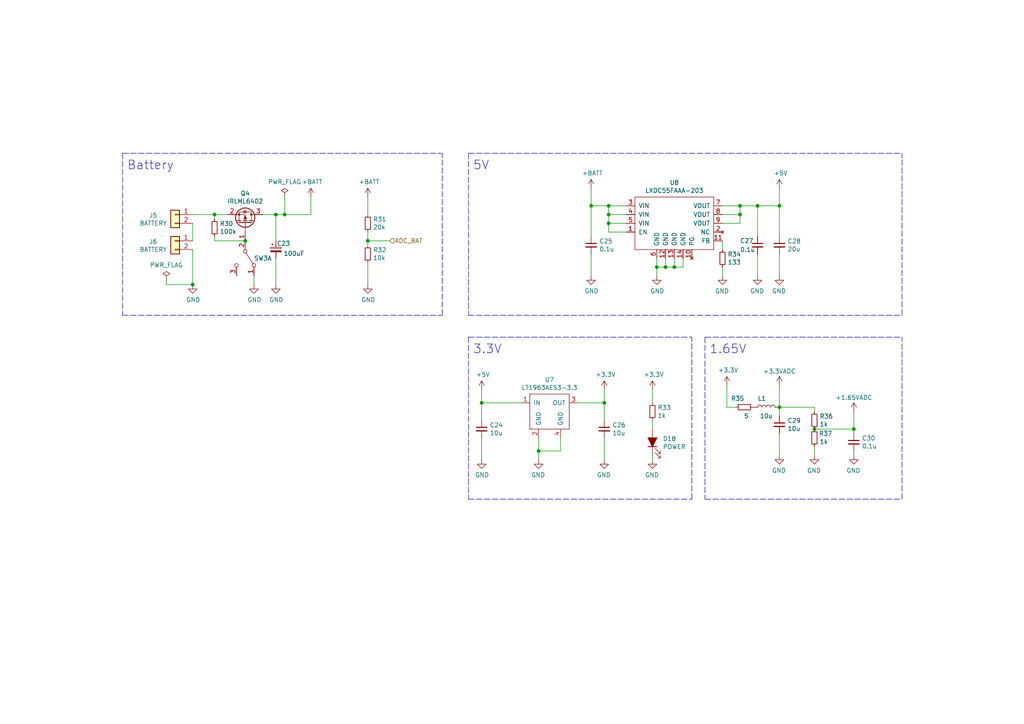
<source format=kicad_sch>
(kicad_sch (version 20231120) (generator "eeschema") (generator_version "8.0")
  (paper "A4")
  (lib_symbols
    (symbol "Connector_Generic:Conn_01x02" (pin_names (offset 1.016) hide)
      (property "Reference" "J" (at 0 2.54 0))
      (property "Value" "Conn_01x02" (at 0 -5.08 0))
      (symbol "Conn_01x02_1_1"
        (rectangle (start -1.27 -2.413) (end 0 -2.667) (stroke (width 0.1524)))
        (rectangle (start -1.27 0.127) (end 0 -0.127) (stroke (width 0.1524)))
        (rectangle (start -1.27 1.27) (end 1.27 -3.81) (stroke (width 0.254)) (fill (type background)))
        (pin passive line (at -5.08 0 0) (length 3.81) (name "Pin_1") (number "1"))
        (pin passive line (at -5.08 -2.54 0) (length 3.81) (name "Pin_2") (number "2"))
      )
    )
    (symbol "Device:C_Polarized_Small" (pin_numbers hide) (pin_names (offset 0.254) hide)
      (property "Reference" "C" (at 0.254 1.778 0))
      (property "Value" "C_Polarized_Small" (at 0.254 -2.032 0))
      (symbol "C_Polarized_Small_0_1"
        (rectangle (start -1.524 -0.3048) (end 1.524 -0.6858) (fill (type outline)))
        (rectangle (start -1.524 0.6858) (end 1.524 0.3048))
        (polyline (pts (xy -1.27 1.524) (xy -0.762 1.524)))
        (polyline (pts (xy -1.016 1.27) (xy -1.016 1.778)))
      )
      (symbol "C_Polarized_Small_1_1"
        (pin passive line (at 0 2.54 270) (length 1.8542) (name "~") (number "1"))
        (pin passive line (at 0 -2.54 90) (length 1.8542) (name "~") (number "2"))
      )
    )
    (symbol "Device:C_Small" (pin_numbers hide) (pin_names (offset 0.254) hide)
      (property "Reference" "C" (at 0.254 1.778 0))
      (property "Value" "C_Small" (at 0.254 -2.032 0))
      (symbol "C_Small_0_1"
        (polyline (pts (xy -1.524 -0.508) (xy 1.524 -0.508)) (stroke (width 0.3302)))
        (polyline (pts (xy -1.524 0.508) (xy 1.524 0.508)) (stroke (width 0.3048)))
      )
      (symbol "C_Small_1_1"
        (pin passive line (at 0 2.54 270) (length 2.032) (name "~") (number "1"))
        (pin passive line (at 0 -2.54 90) (length 2.032) (name "~") (number "2"))
      )
    )
    (symbol "Device:L" (pin_numbers hide) (pin_names (offset 1.016) hide)
      (property "Reference" "L" (at -1.27 0 90))
      (property "Value" "L" (at 1.905 0 90))
      (symbol "L_0_1"
        (arc (start 0 -2.54) (mid 0.6323 -1.905) (end 0 -1.27))
        (arc (start 0 -1.27) (mid 0.6323 -0.635) (end 0 0))
        (arc (start 0 0) (mid 0.6323 0.635) (end 0 1.27))
        (arc (start 0 1.27) (mid 0.6323 1.905) (end 0 2.54))
      )
      (symbol "L_1_1"
        (pin passive line (at 0 3.81 270) (length 1.27) (name "1") (number "1"))
        (pin passive line (at 0 -3.81 90) (length 1.27) (name "2") (number "2"))
      )
    )
    (symbol "Device:LED_ALT" (pin_numbers hide) (pin_names (offset 1.016) hide)
      (property "Reference" "D" (at 0 2.54 0))
      (property "Value" "Device_LED_ALT" (at 0 -2.54 0))
      (symbol "LED_ALT_0_1"
        (polyline (pts (xy -1.27 -1.27) (xy -1.27 1.27)) (stroke (width 0.254)))
        (polyline (pts (xy -1.27 0) (xy 1.27 0)))
        (polyline (pts (xy 1.27 -1.27) (xy 1.27 1.27) (xy -1.27 0) (xy 1.27 -1.27)) (stroke (width 0.254)) (fill (type outline)))
        (polyline (pts (xy -3.048 -0.762) (xy -4.572 -2.286) (xy -3.81 -2.286) (xy -4.572 -2.286) (xy -4.572 -1.524)))
        (polyline (pts (xy -1.778 -0.762) (xy -3.302 -2.286) (xy -2.54 -2.286) (xy -3.302 -2.286) (xy -3.302 -1.524)))
      )
      (symbol "LED_ALT_1_1"
        (pin passive line (at -3.81 0 0) (length 2.54) (name "K") (number "1"))
        (pin passive line (at 3.81 0 180) (length 2.54) (name "A") (number "2"))
      )
    )
    (symbol "Device:R_Small" (pin_numbers hide) (pin_names (offset 0.254) hide)
      (property "Reference" "R" (at 0.762 0.508 0))
      (property "Value" "R_Small" (at 0.762 -1.016 0))
      (symbol "R_Small_0_1"
        (rectangle (start -0.762 1.778) (end 0.762 -1.778) (stroke (width 0.2032)))
      )
      (symbol "R_Small_1_1"
        (pin passive line (at 0 2.54 270) (length 0.762) (name "~") (number "1"))
        (pin passive line (at 0 -2.54 90) (length 0.762) (name "~") (number "2"))
      )
    )
    (symbol "My_Device:LT1963AES3-3.3" (pin_names (offset 1.016))
      (property "Reference" "U" (at 0 3.81 0))
      (property "Value" "My_Device_LT1963AES3-3.3" (at 0 6.35 0))
      (symbol "LT1963AES3-3.3_0_1"
        (rectangle (start -5.08 -7.62) (end 6.35 2.54))
        (rectangle (start -5.08 2.54) (end -5.08 2.54))
      )
      (symbol "LT1963AES3-3.3_1_1"
        (pin input line (at -7.62 0 0) (length 2.54) (name "IN") (number "1"))
        (pin input line (at -2.54 -10.16 90) (length 2.54) (name "GND") (number "2"))
        (pin input line (at 8.89 0 180) (length 2.54) (name "OUT") (number "3"))
        (pin input line (at 3.81 -10.16 90) (length 2.54) (name "GND") (number "4"))
      )
    )
    (symbol "My_Device:LXDC55FAAA-203" (pin_names (offset 1.016))
      (property "Reference" "U" (at 0 12.7 0))
      (property "Value" "My_Device_LXDC55FAAA-203" (at 0 15.24 0))
      (symbol "LXDC55FAAA-203_0_1"
        (rectangle (start -3.81 11.43) (end 19.05 -3.81))
      )
      (symbol "LXDC55FAAA-203_1_1"
        (pin input line (at -6.35 1.27 0) (length 2.54) (name "EN") (number "1"))
        (pin no_connect line (at 12.7 -6.35 90) (length 2.54) (name "PG") (number "10"))
        (pin input line (at 21.59 -1.27 180) (length 2.54) (name "FB") (number "11"))
        (pin input line (at 5.08 -6.35 90) (length 2.54) (name "GND") (number "12"))
        (pin input line (at 7.62 -6.35 90) (length 2.54) (name "GND") (number "13"))
        (pin input line (at 10.16 -6.35 90) (length 2.54) (name "GND") (number "14"))
        (pin no_connect line (at 21.59 1.27 180) (length 2.54) (name "NC") (number "2"))
        (pin input line (at -6.35 8.89 0) (length 2.54) (name "VIN") (number "3"))
        (pin input line (at -6.35 6.35 0) (length 2.54) (name "VIN") (number "4"))
        (pin input line (at -6.35 3.81 0) (length 2.54) (name "VIN") (number "5"))
        (pin input line (at 2.54 -6.35 90) (length 2.54) (name "GND") (number "6"))
        (pin input line (at 21.59 8.89 180) (length 2.54) (name "VOUT") (number "7"))
        (pin input line (at 21.59 6.35 180) (length 2.54) (name "VOUT") (number "8"))
        (pin input line (at 21.59 3.81 180) (length 2.54) (name "VOUT") (number "9"))
      )
    )
    (symbol "Switch:SW_DPDT_x2" (pin_names (offset 0) hide)
      (property "Reference" "SW" (at 0 4.318 0))
      (property "Value" "SW_DPDT_x2" (at 0 -5.08 0))
      (symbol "SW_DPDT_x2_0_0"
        (circle (center -2.032 0) (radius 0.508))
        (circle (center 2.032 -2.54) (radius 0.508))
      )
      (symbol "SW_DPDT_x2_0_1"
        (polyline (pts (xy -1.524 0.254) (xy 1.651 2.286)))
        (circle (center 2.032 2.54) (radius 0.508))
      )
      (symbol "SW_DPDT_x2_1_1"
        (pin passive line (at 5.08 2.54 180) (length 2.54) (name "A") (number "1"))
        (pin passive line (at -5.08 0 0) (length 2.54) (name "B") (number "2"))
        (pin passive line (at 5.08 -2.54 180) (length 2.54) (name "C") (number "3"))
      )
      (symbol "SW_DPDT_x2_2_1"
        (pin passive line (at 5.08 2.54 180) (length 2.54) (name "A") (number "4"))
        (pin passive line (at -5.08 0 0) (length 2.54) (name "B") (number "5"))
        (pin passive line (at 5.08 -2.54 180) (length 2.54) (name "C") (number "6"))
      )
    )
    (symbol "Transistor_FET:IRLML6402" (pin_names hide)
      (property "Reference" "Q" (at 5.08 1.905 0))
      (property "Value" "IRLML6402" (at 5.08 0 0))
      (symbol "IRLML6402_0_1"
        (polyline (pts (xy 0.254 0) (xy -2.54 0)))
        (polyline (pts (xy 0.254 1.905) (xy 0.254 -1.905)) (stroke (width 0.254)))
        (polyline (pts (xy 0.762 -1.27) (xy 0.762 -2.286)) (stroke (width 0.254)))
        (polyline (pts (xy 0.762 0.508) (xy 0.762 -0.508)) (stroke (width 0.254)))
        (polyline (pts (xy 0.762 2.286) (xy 0.762 1.27)) (stroke (width 0.254)))
        (polyline (pts (xy 2.54 2.54) (xy 2.54 1.778)))
        (polyline (pts (xy 2.54 -2.54) (xy 2.54 0) (xy 0.762 0)))
        (polyline (pts (xy 0.762 1.778) (xy 3.302 1.778) (xy 3.302 -1.778) (xy 0.762 -1.778)))
        (polyline (pts (xy 2.286 0) (xy 1.27 0.381) (xy 1.27 -0.381) (xy 2.286 0)) (fill (type outline)))
        (polyline (pts (xy 2.794 -0.508) (xy 2.921 -0.381) (xy 3.683 -0.381) (xy 3.81 -0.254)))
        (polyline (pts (xy 3.302 -0.381) (xy 2.921 0.254) (xy 3.683 0.254) (xy 3.302 -0.381)))
        (circle (center 1.651 0) (radius 2.794) (stroke (width 0.254)))
        (circle (center 2.54 -1.778) (radius 0.254) (fill (type outline)))
        (circle (center 2.54 1.778) (radius 0.254) (fill (type outline)))
      )
      (symbol "IRLML6402_1_1"
        (pin input line (at -5.08 0 0) (length 2.54) (name "G") (number "1"))
        (pin passive line (at 2.54 -5.08 90) (length 2.54) (name "S") (number "2"))
        (pin passive line (at 2.54 5.08 270) (length 2.54) (name "D") (number "3"))
      )
    )
    (symbol "power:+3.3V" (power) (pin_names (offset 0))
      (property "Value" "+3.3V" (at 0 3.556 0))
      (symbol "+3.3V_0_1"
        (polyline (pts (xy -0.762 1.27) (xy 0 2.54)))
        (polyline (pts (xy 0 0) (xy 0 2.54)))
        (polyline (pts (xy 0 2.54) (xy 0.762 1.27)))
      )
      (symbol "+3.3V_1_1"
        (pin power_in line (at 0 0 90) (length 0) hide (name "+3.3V") (number "1"))
      )
    )
    (symbol "power:+3.3VADC" (power) (pin_names (offset 0))
      (property "Value" "+3.3VADC" (at 0 2.54 0))
      (symbol "+3.3VADC_0_0"
        (pin power_in line (at 0 0 90) (length 0) hide (name "+3.3VADC") (number "1"))
      )
      (symbol "+3.3VADC_0_1"
        (polyline (pts (xy -0.762 1.27) (xy 0 2.54)))
        (polyline (pts (xy 0 0) (xy 0 2.54)))
        (polyline (pts (xy 0 2.54) (xy 0.762 1.27)))
      )
    )
    (symbol "power:+5V" (power) (pin_names (offset 0))
      (property "Value" "+5V" (at 0 3.556 0))
      (symbol "+5V_0_1"
        (polyline (pts (xy -0.762 1.27) (xy 0 2.54)))
        (polyline (pts (xy 0 0) (xy 0 2.54)))
        (polyline (pts (xy 0 2.54) (xy 0.762 1.27)))
      )
      (symbol "+5V_1_1"
        (pin power_in line (at 0 0 90) (length 0) hide (name "+5V") (number "1"))
      )
    )
    (symbol "power:+BATT" (power) (pin_names (offset 0))
      (property "Value" "+BATT" (at 0 3.556 0))
      (symbol "+BATT_0_1"
        (polyline (pts (xy -0.762 1.27) (xy 0 2.54)))
        (polyline (pts (xy 0 0) (xy 0 2.54)))
        (polyline (pts (xy 0 2.54) (xy 0.762 1.27)))
      )
      (symbol "+BATT_1_1"
        (pin power_in line (at 0 0 90) (length 0) hide (name "+BATT") (number "1"))
      )
    )
    (symbol "power:GND" (power) (pin_names (offset 0))
      (property "Value" "GND" (at 0 -3.81 0))
      (symbol "GND_0_1"
        (polyline (pts (xy 0 0) (xy 0 -1.27) (xy 1.27 -1.27) (xy 0 -2.54) (xy -1.27 -1.27) (xy 0 -1.27)))
      )
      (symbol "GND_1_1"
        (pin power_in line (at 0 0 270) (length 0) hide (name "GND") (number "1"))
      )
    )
    (symbol "power:PWR_FLAG" (power) (pin_numbers hide) (pin_names (offset 0) hide)
      (property "Value" "PWR_FLAG" (at 0 3.81 0))
      (symbol "PWR_FLAG_0_0"
        (pin power_out line (at 0 0 90) (length 0) (name "pwr") (number "1"))
      )
      (symbol "PWR_FLAG_0_1"
        (polyline (pts (xy 0 0) (xy 0 1.27) (xy -1.016 1.905) (xy 0 2.54) (xy 1.016 1.905) (xy 0 1.27)))
      )
    )
  )
  (junction (at 193.04 77.47))
  (junction (at 226.06 118.11))
  (junction (at 176.53 62.23))
  (junction (at 175.26 116.84))
  (junction (at 62.23 62.23))
  (junction (at 171.45 59.69))
  (junction (at 214.63 62.23))
  (junction (at 226.06 59.69))
  (junction (at 106.68 69.85))
  (junction (at 80.01 62.23))
  (junction (at 236.22 124.46))
  (junction (at 219.71 59.69))
  (junction (at 139.7 116.84))
  (junction (at 82.55 62.23))
  (junction (at 195.58 77.47))
  (junction (at 176.53 59.69))
  (junction (at 190.5 77.47))
  (junction (at 55.88 82.55))
  (junction (at 71.12 69.85))
  (junction (at 176.53 64.77))
  (junction (at 214.63 59.69))
  (junction (at 156.21 130.81))
  (junction (at 247.65 124.46))
  (wire (pts (xy 82.55 62.23) (xy 90.17 62.23)))
  (wire (pts (xy 190.5 74.93) (xy 190.5 77.47)))
  (wire (pts (xy 48.26 82.55) (xy 55.88 82.55)))
  (wire (pts (xy 176.53 67.31) (xy 176.53 64.77)))
  (wire (pts (xy 226.06 118.11) (xy 226.06 120.65)))
  (polyline (pts (xy 135.89 97.79) (xy 200.66 97.79)) (stroke (width 0) (type dash)))
  (wire (pts (xy 176.53 59.69) (xy 171.45 59.69)))
  (wire (pts (xy 198.12 77.47) (xy 195.58 77.47)))
  (wire (pts (xy 139.7 133.35) (xy 139.7 127)))
  (wire (pts (xy 189.23 124.46) (xy 189.23 121.92)))
  (wire (pts (xy 73.66 82.55) (xy 73.66 80.01)))
  (wire (pts (xy 226.06 111.76) (xy 226.06 118.11)))
  (wire (pts (xy 219.71 68.58) (xy 219.71 59.69)))
  (wire (pts (xy 189.23 133.35) (xy 189.23 132.08)))
  (wire (pts (xy 236.22 118.11) (xy 236.22 119.38)))
  (wire (pts (xy 219.71 80.01) (xy 219.71 73.66)))
  (polyline (pts (xy 135.89 144.78) (xy 200.66 144.78)) (stroke (width 0) (type dash)))
  (wire (pts (xy 106.68 69.85) (xy 106.68 67.31)))
  (wire (pts (xy 209.55 77.47) (xy 209.55 80.01)))
  (wire (pts (xy 171.45 59.69) (xy 171.45 54.61)))
  (wire (pts (xy 151.13 116.84) (xy 139.7 116.84)))
  (wire (pts (xy 156.21 130.81) (xy 162.56 130.81)))
  (polyline (pts (xy 261.62 91.44) (xy 261.62 44.45)) (stroke (width 0) (type dash)))
  (polyline (pts (xy 128.27 91.44) (xy 128.27 44.45)) (stroke (width 0) (type dash)))
  (wire (pts (xy 62.23 68.58) (xy 62.23 69.85)))
  (wire (pts (xy 139.7 113.03) (xy 139.7 116.84)))
  (wire (pts (xy 189.23 113.03) (xy 189.23 116.84)))
  (wire (pts (xy 226.06 68.58) (xy 226.06 59.69)))
  (wire (pts (xy 181.61 67.31) (xy 176.53 67.31)))
  (wire (pts (xy 219.71 59.69) (xy 226.06 59.69)))
  (wire (pts (xy 80.01 74.93) (xy 80.01 82.55)))
  (wire (pts (xy 195.58 77.47) (xy 193.04 77.47)))
  (wire (pts (xy 247.65 132.08) (xy 247.65 130.81)))
  (wire (pts (xy 209.55 62.23) (xy 214.63 62.23)))
  (wire (pts (xy 106.68 76.2) (xy 106.68 82.55)))
  (wire (pts (xy 55.88 69.85) (xy 55.88 64.77)))
  (wire (pts (xy 90.17 57.15) (xy 90.17 62.23)))
  (wire (pts (xy 55.88 62.23) (xy 62.23 62.23)))
  (wire (pts (xy 171.45 80.01) (xy 171.45 73.66)))
  (wire (pts (xy 236.22 132.08) (xy 236.22 129.54)))
  (polyline (pts (xy 35.56 44.45) (xy 128.27 44.45)) (stroke (width 0) (type dash)))
  (wire (pts (xy 213.36 118.11) (xy 210.82 118.11)))
  (wire (pts (xy 181.61 62.23) (xy 176.53 62.23)))
  (polyline (pts (xy 204.47 97.79) (xy 204.47 144.78)) (stroke (width 0) (type dash)))
  (polyline (pts (xy 135.89 91.44) (xy 261.62 91.44)) (stroke (width 0) (type dash)))
  (wire (pts (xy 193.04 74.93) (xy 193.04 77.47)))
  (polyline (pts (xy 135.89 97.79) (xy 135.89 144.78)) (stroke (width 0) (type dash)))
  (wire (pts (xy 193.04 77.47) (xy 190.5 77.47)))
  (wire (pts (xy 139.7 116.84) (xy 139.7 121.92)))
  (wire (pts (xy 62.23 62.23) (xy 66.04 62.23)))
  (wire (pts (xy 209.55 64.77) (xy 214.63 64.77)))
  (wire (pts (xy 62.23 63.5) (xy 62.23 62.23)))
  (wire (pts (xy 247.65 119.38) (xy 247.65 124.46)))
  (wire (pts (xy 62.23 69.85) (xy 71.12 69.85)))
  (wire (pts (xy 226.06 118.11) (xy 236.22 118.11)))
  (polyline (pts (xy 35.56 91.44) (xy 128.27 91.44)) (stroke (width 0) (type dash)))
  (wire (pts (xy 210.82 118.11) (xy 210.82 111.76)))
  (wire (pts (xy 181.61 59.69) (xy 176.53 59.69)))
  (wire (pts (xy 76.2 62.23) (xy 80.01 62.23)))
  (wire (pts (xy 176.53 62.23) (xy 176.53 59.69)))
  (wire (pts (xy 106.68 71.12) (xy 106.68 69.85)))
  (wire (pts (xy 195.58 74.93) (xy 195.58 77.47)))
  (wire (pts (xy 156.21 127) (xy 156.21 130.81)))
  (wire (pts (xy 226.06 80.01) (xy 226.06 73.66)))
  (wire (pts (xy 214.63 59.69) (xy 219.71 59.69)))
  (wire (pts (xy 175.26 133.35) (xy 175.26 127)))
  (polyline (pts (xy 204.47 144.78) (xy 261.62 144.78)) (stroke (width 0) (type dash)))
  (polyline (pts (xy 135.89 44.45) (xy 135.89 91.44)) (stroke (width 0) (type dash)))
  (wire (pts (xy 236.22 124.46) (xy 247.65 124.46)))
  (polyline (pts (xy 35.56 44.45) (xy 35.56 91.44)) (stroke (width 0) (type dash)))
  (polyline (pts (xy 261.62 144.78) (xy 261.62 97.79)) (stroke (width 0) (type dash)))
  (wire (pts (xy 55.88 82.55) (xy 55.88 72.39)))
  (wire (pts (xy 226.06 132.08) (xy 226.06 125.73)))
  (wire (pts (xy 176.53 64.77) (xy 176.53 62.23)))
  (wire (pts (xy 198.12 74.93) (xy 198.12 77.47)))
  (wire (pts (xy 113.03 69.85) (xy 106.68 69.85)))
  (wire (pts (xy 209.55 59.69) (xy 214.63 59.69)))
  (polyline (pts (xy 135.89 44.45) (xy 261.62 44.45)) (stroke (width 0) (type dash)))
  (wire (pts (xy 214.63 64.77) (xy 214.63 62.23)))
  (wire (pts (xy 167.64 116.84) (xy 175.26 116.84)))
  (wire (pts (xy 247.65 124.46) (xy 247.65 125.73)))
  (wire (pts (xy 181.61 64.77) (xy 176.53 64.77)))
  (wire (pts (xy 80.01 62.23) (xy 82.55 62.23)))
  (wire (pts (xy 175.26 113.03) (xy 175.26 116.84)))
  (wire (pts (xy 156.21 130.81) (xy 156.21 133.35)))
  (wire (pts (xy 214.63 62.23) (xy 214.63 59.69)))
  (polyline (pts (xy 200.66 144.78) (xy 200.66 97.79)) (stroke (width 0) (type dash)))
  (wire (pts (xy 175.26 116.84) (xy 175.26 121.92)))
  (wire (pts (xy 80.01 62.23) (xy 80.01 69.85)))
  (wire (pts (xy 162.56 130.81) (xy 162.56 127)))
  (wire (pts (xy 171.45 68.58) (xy 171.45 59.69)))
  (wire (pts (xy 48.26 81.28) (xy 48.26 82.55)))
  (polyline (pts (xy 204.47 97.79) (xy 261.62 97.79)) (stroke (width 0) (type dash)))
  (wire (pts (xy 226.06 59.69) (xy 226.06 54.61)))
  (wire (pts (xy 106.68 62.23) (xy 106.68 57.15)))
  (wire (pts (xy 82.55 57.15) (xy 82.55 62.23)))
  (wire (pts (xy 190.5 77.47) (xy 190.5 80.01)))
  (wire (pts (xy 209.55 72.39) (xy 209.55 69.85)))
  (text "5V" (at 137.16 49.53 0) (effects (font (size 2.54 2.54)) (justify left bottom)))
  (text "3.3V" (at 137.16 102.87 0) (effects (font (size 2.54 2.54)) (justify left bottom)))
  (text "1.65V" (at 205.74 102.87 0) (effects (font (size 2.54 2.54)) (justify left bottom)))
  (text "Battery" (at 36.83 49.53 0) (effects (font (size 2.54 2.54)) (justify left bottom)))
  (hierarchical_label "ADC_BAT" (shape input) (at 113.03 69.85 0))
  (symbol (lib_id "power:GND") (at 55.88 82.55 0) (unit 1)
    (property "Reference" "#PWR082" (effects (hide yes)))
    (property "Value" "GND" (at 56.007 86.9442 0))
  )
  (symbol (lib_id "Device:R_Small") (at 236.22 127 0) (unit 1)
    (property "Reference" "R37" (at 237.49 125.73 0) (effects (justify left)))
    (property "Value" "1k" (at 237.7186 128.143 0) (effects (justify left)))
    (property "Footprint" "Resistor_SMD:R_0603_1608Metric" (effects (hide yes)))
  )
  (symbol (lib_id "power:+3.3VADC") (at 226.06 111.76 0) (unit 1)
    (property "Reference" "#PWR0103" (effects (hide yes)))
    (property "Value" "+3.3VADC" (at 226.06 107.696 0))
  )
  (symbol (lib_id "power:+3.3VADC") (at 247.65 119.38 0) (unit 1)
    (property "Reference" "#PWR0106" (effects (hide yes)))
    (property "Value" "+1.65VADC" (at 247.65 115.316 0))
  )
  (symbol (lib_id "power:+BATT") (at 106.68 57.15 0) (unit 1)
    (property "Reference" "#PWR086" (effects (hide yes)))
    (property "Value" "+BATT" (at 107.061 52.7558 0))
  )
  (symbol (lib_id "Device:C_Small") (at 226.06 71.12 0) (unit 1)
    (property "Reference" "C28" (at 228.3968 69.9516 0) (effects (justify left)))
    (property "Value" "20u" (at 228.3968 72.263 0) (effects (justify left)))
    (property "Footprint" "Capacitor_SMD:C_0603_1608Metric_Pad1.08x0.95mm_HandSolder" (effects (hide yes)))
  )
  (symbol (lib_id "power:GND") (at 156.21 133.35 0) (mirror y) (unit 1)
    (property "Reference" "#PWR090" (effects (hide yes)))
    (property "Value" "GND" (at 156.083 137.7442 0))
  )
  (symbol (lib_id "power:GND") (at 226.06 132.08 0) (mirror y) (unit 1)
    (property "Reference" "#PWR0104" (effects (hide yes)))
    (property "Value" "GND" (at 225.933 136.4742 0))
  )
  (symbol (lib_id "power:GND") (at 189.23 133.35 0) (mirror y) (unit 1)
    (property "Reference" "#PWR096" (effects (hide yes)))
    (property "Value" "GND" (at 189.103 137.7442 0))
  )
  (symbol (lib_id "power:GND") (at 226.06 80.01 0) (mirror y) (unit 1)
    (property "Reference" "#PWR0102" (effects (hide yes)))
    (property "Value" "GND" (at 225.933 84.4042 0))
  )
  (symbol (lib_id "power:+BATT") (at 90.17 57.15 0) (unit 1)
    (property "Reference" "#PWR085" (effects (hide yes)))
    (property "Value" "+BATT" (at 90.551 52.7558 0))
  )
  (symbol (lib_id "Device:C_Small") (at 226.06 123.19 0) (unit 1)
    (property "Reference" "C29" (at 228.3968 122.0216 0) (effects (justify left)))
    (property "Value" "10u" (at 228.3968 124.333 0) (effects (justify left)))
    (property "Footprint" "Capacitor_SMD:C_0603_1608Metric_Pad1.08x0.95mm_HandSolder" (effects (hide yes)))
  )
  (symbol (lib_id "power:+3.3V") (at 189.23 113.03 0) (unit 1)
    (property "Reference" "#PWR095" (effects (hide yes)))
    (property "Value" "+3.3V" (at 189.611 108.6358 0))
  )
  (symbol (lib_id "power:GND") (at 73.66 82.55 0) (unit 1)
    (property "Reference" "#PWR083" (effects (hide yes)))
    (property "Value" "GND" (at 73.787 86.9442 0))
  )
  (symbol (lib_id "power:+3.3V") (at 175.26 113.03 0) (unit 1)
    (property "Reference" "#PWR093" (effects (hide yes)))
    (property "Value" "+3.3V" (at 175.641 108.6358 0))
  )
  (symbol (lib_id "power:GND") (at 190.5 80.01 0) (unit 1)
    (property "Reference" "#PWR097" (effects (hide yes)))
    (property "Value" "GND" (at 190.627 84.4042 0))
  )
  (symbol (lib_id "Device:R_Small") (at 189.23 119.38 0) (unit 1)
    (property "Reference" "R33" (at 190.7286 118.2116 0) (effects (justify left)))
    (property "Value" "1k" (at 190.7286 120.523 0) (effects (justify left)))
    (property "Footprint" "Resistor_SMD:R_0201_0603Metric" (effects (hide yes)))
  )
  (symbol (lib_id "Device:L") (at 222.25 118.11 90) (unit 1)
    (property "Reference" "L1" (at 220.98 115.57 90))
    (property "Value" "10u" (at 222.25 120.65 90))
    (property "Footprint" "Inductor_SMD:L_1008_2520Metric" (effects (hide yes)))
  )
  (symbol (lib_id "Device:C_Small") (at 247.65 128.27 0) (unit 1)
    (property "Reference" "C30" (at 249.9868 127.1016 0) (effects (justify left)))
    (property "Value" "0.1u" (at 249.9868 129.413 0) (effects (justify left)))
    (property "Footprint" "Capacitor_SMD:C_0201_0603Metric" (effects (hide yes)))
  )
  (symbol (lib_id "power:+3.3V") (at 210.82 111.76 0) (unit 1)
    (property "Reference" "#PWR099" (effects (hide yes)))
    (property "Value" "+3.3V" (at 211.201 107.3658 0))
  )
  (symbol (lib_id "Device:C_Small") (at 139.7 124.46 0) (unit 1)
    (property "Reference" "C24" (at 142.0368 123.2916 0) (effects (justify left)))
    (property "Value" "10u" (at 142.0368 125.603 0) (effects (justify left)))
    (property "Footprint" "Capacitor_SMD:C_0805_2012Metric" (effects (hide yes)))
  )
  (symbol (lib_id "power:PWR_FLAG") (at 48.26 81.28 0) (unit 1)
    (property "Reference" "#FLG01" (effects (hide yes)))
    (property "Value" "PWR_FLAG" (at 48.26 76.8858 0))
  )
  (symbol (lib_id "power:GND") (at 106.68 82.55 0) (unit 1)
    (property "Reference" "#PWR087" (effects (hide yes)))
    (property "Value" "GND" (at 106.807 86.9442 0))
  )
  (symbol (lib_id "Device:C_Small") (at 219.71 71.12 0) (unit 1)
    (property "Reference" "C27" (at 214.63 69.85 0) (effects (justify left)))
    (property "Value" "0.1u" (at 214.63 72.39 0) (effects (justify left)))
    (property "Footprint" "Capacitor_SMD:C_0603_1608Metric_Pad1.08x0.95mm_HandSolder" (effects (hide yes)))
  )
  (symbol (lib_id "power:GND") (at 175.26 133.35 0) (mirror y) (unit 1)
    (property "Reference" "#PWR094" (effects (hide yes)))
    (property "Value" "GND" (at 175.133 137.7442 0))
  )
  (symbol (lib_id "Device:LED_ALT") (at 189.23 128.27 90) (unit 1)
    (property "Reference" "D18" (at 192.2272 127.2794 90) (effects (justify right)))
    (property "Value" "POWER" (at 192.2272 129.5908 90) (effects (justify right)))
    (property "Footprint" "LED_SMD:LED_0402_1005Metric" (effects (hide yes)))
  )
  (symbol (lib_id "Device:C_Polarized_Small") (at 80.01 72.39 0) (unit 1)
    (property "Reference" "C23" (at 80.264 70.612 0) (effects (justify left)))
    (property "Value" "100uF" (at 82.2452 73.533 0) (effects (justify left)))
    (property "Footprint" "Capacitor_SMD:CP_Elec_6.3x3" (effects (hide yes)))
  )
  (symbol (lib_id "power:GND") (at 247.65 132.08 0) (mirror y) (unit 1)
    (property "Reference" "#PWR0107" (effects (hide yes)))
    (property "Value" "GND" (at 247.523 136.4742 0))
  )
  (symbol (lib_id "Connector_Generic:Conn_01x02") (at 50.8 62.23 0) (mirror y) (unit 1)
    (property "Reference" "J5" (at 44.45 62.4586 0))
    (property "Value" "BATTERY" (at 44.45 64.77 0))
    (property "Footprint" "Connector_PinSocket_1.27mm:PinSocket_1x02_P1.27mm_Vertical" (effects (hide yes)))
  )
  (symbol (lib_id "Device:R_Small") (at 236.22 121.92 0) (unit 1)
    (property "Reference" "R36" (at 237.7186 120.7516 0) (effects (justify left)))
    (property "Value" "1k" (at 237.7186 123.063 0) (effects (justify left)))
    (property "Footprint" "Resistor_SMD:R_0603_1608Metric" (effects (hide yes)))
  )
  (symbol (lib_id "Switch:SW_DPDT_x2") (at 71.12 74.93 270) (unit 1)
    (property "Reference" "SW3" (at 73.66 74.93 90) (effects (justify left)))
    (property "Value" "SW_DPDT_x2" (effects (hide yes)))
    (property "Footprint" "Connector_PinHeader_2.54mm:PinHeader_1x03_P2.54mm_Vertical" (effects (hide yes)))
  )
  (symbol (lib_id "power:GND") (at 209.55 80.01 0) (mirror y) (unit 1)
    (property "Reference" "#PWR098" (effects (hide yes)))
    (property "Value" "GND" (at 209.423 84.4042 0))
  )
  (symbol (lib_id "Device:R_Small") (at 209.55 74.93 0) (unit 1)
    (property "Reference" "R34" (at 211.0486 73.7616 0) (effects (justify left)))
    (property "Value" "133" (at 211.0486 76.073 0) (effects (justify left)))
    (property "Footprint" "Resistor_SMD:R_1206_3216Metric_Pad1.30x1.75mm_HandSolder" (effects (hide yes)))
  )
  (symbol (lib_id "Connector_Generic:Conn_01x02") (at 50.8 69.85 0) (mirror y) (unit 1)
    (property "Reference" "J6" (at 44.45 70.0786 0))
    (property "Value" "BATTERY" (at 44.45 72.39 0))
    (property "Footprint" "Connector_PinSocket_1.27mm:PinSocket_1x02_P1.27mm_Vertical" (effects (hide yes)))
  )
  (symbol (lib_id "power:+5V") (at 139.7 113.03 0) (unit 1)
    (property "Reference" "#PWR088" (effects (hide yes)))
    (property "Value" "+5V" (at 140.081 108.6358 0))
  )
  (symbol (lib_id "power:+5V") (at 226.06 54.61 0) (unit 1)
    (property "Reference" "#PWR0101" (effects (hide yes)))
    (property "Value" "+5V" (at 226.441 50.2158 0))
  )
  (symbol (lib_id "power:GND") (at 171.45 80.01 0) (unit 1)
    (property "Reference" "#PWR092" (effects (hide yes)))
    (property "Value" "GND" (at 171.577 84.4042 0))
  )
  (symbol (lib_id "power:PWR_FLAG") (at 82.55 57.15 0) (unit 1)
    (property "Reference" "#FLG02" (effects (hide yes)))
    (property "Value" "PWR_FLAG" (at 82.55 52.7558 0))
  )
  (symbol (lib_id "power:GND") (at 236.22 132.08 0) (mirror y) (unit 1)
    (property "Reference" "#PWR0105" (effects (hide yes)))
    (property "Value" "GND" (at 236.093 136.4742 0))
  )
  (symbol (lib_id "power:GND") (at 80.01 82.55 0) (unit 1)
    (property "Reference" "#PWR084" (effects (hide yes)))
    (property "Value" "GND" (at 80.137 86.9442 0))
  )
  (symbol (lib_id "Device:R_Small") (at 106.68 73.66 0) (unit 1)
    (property "Reference" "R32" (at 108.1786 72.4916 0) (effects (justify left)))
    (property "Value" "10k" (at 108.1786 74.803 0) (effects (justify left)))
    (property "Footprint" "Resistor_SMD:R_0402_1005Metric" (effects (hide yes)))
  )
  (symbol (lib_id "Device:R_Small") (at 62.23 66.04 0) (unit 1)
    (property "Reference" "R30" (at 63.7286 64.8716 0) (effects (justify left)))
    (property "Value" "100k" (at 63.7286 67.183 0) (effects (justify left)))
    (property "Footprint" "Resistor_SMD:R_0603_1608Metric" (effects (hide yes)))
  )
  (symbol (lib_id "Device:R_Small") (at 215.9 118.11 90) (unit 1)
    (property "Reference" "R35" (at 215.9 115.57 90) (effects (justify left)))
    (property "Value" "5" (at 217.17 120.65 90) (effects (justify left)))
    (property "Footprint" "Resistor_SMD:R_0805_2012Metric_Pad1.20x1.40mm_HandSolder" (effects (hide yes)))
  )
  (symbol (lib_id "power:+BATT") (at 171.45 54.61 0) (unit 1)
    (property "Reference" "#PWR091" (effects (hide yes)))
    (property "Value" "+BATT" (at 171.831 50.2158 0))
  )
  (symbol (lib_id "power:GND") (at 219.71 80.01 0) (mirror y) (unit 1)
    (property "Reference" "#PWR0100" (effects (hide yes)))
    (property "Value" "GND" (at 219.583 84.4042 0))
  )
  (symbol (lib_id "Device:R_Small") (at 106.68 64.77 0) (unit 1)
    (property "Reference" "R31" (at 108.1786 63.6016 0) (effects (justify left)))
    (property "Value" "20k" (at 108.1786 65.913 0) (effects (justify left)))
    (property "Footprint" "Resistor_SMD:R_0402_1005Metric" (effects (hide yes)))
  )
  (symbol (lib_id "My_Device:LT1963AES3-3.3") (at 158.75 116.84 0) (unit 1)
    (property "Reference" "U7" (at 159.385 110.109 0))
    (property "Value" "LT1963AES3-3.3" (at 159.385 112.4204 0))
    (property "Footprint" "Package_TO_SOT_SMD:SOT-223" (effects (hide yes)))
    (property "Datasheet" "https://akizukidenshi.com/download/ds/analog/lt1963a.pdf" (effects (hide yes)))
  )
  (symbol (lib_id "Device:C_Small") (at 171.45 71.12 0) (unit 1)
    (property "Reference" "C25" (at 173.7868 69.9516 0) (effects (justify left)))
    (property "Value" "0.1u" (at 173.7868 72.263 0) (effects (justify left)))
    (property "Footprint" "Capacitor_SMD:C_0603_1608Metric_Pad1.08x0.95mm_HandSolder" (effects (hide yes)))
  )
  (symbol (lib_id "Device:C_Small") (at 175.26 124.46 0) (unit 1)
    (property "Reference" "C26" (at 177.5968 123.2916 0) (effects (justify left)))
    (property "Value" "10u" (at 177.5968 125.603 0) (effects (justify left)))
    (property "Footprint" "Capacitor_SMD:C_0805_2012Metric" (effects (hide yes)))
  )
  (symbol (lib_id "Transistor_FET:IRLML6402") (at 71.12 64.77 270) (mirror x) (unit 1)
    (property "Reference" "Q4" (at 71.12 56.0832 90))
    (property "Value" "IRLML6402" (at 71.12 58.3946 90))
    (property "Footprint" "Package_TO_SOT_SMD:SOT-23" (effects (hide yes)))
    (property "Datasheet" "https://www.infineon.com/dgdl/irlml6402pbf.pdf?fileId=5546d462533600a401535668d5c2263c" (effects (hide yes)))
  )
  (symbol (lib_id "power:GND") (at 139.7 133.35 0) (unit 1)
    (property "Reference" "#PWR089" (effects (hide yes)))
    (property "Value" "GND" (at 139.827 137.7442 0))
  )
  (symbol (lib_id "My_Device:LXDC55FAAA-203") (at 187.96 68.58 0) (unit 1)
    (property "Reference" "U8" (at 195.58 52.959 0))
    (property "Value" "LXDC55FAAA-203" (at 195.58 55.2704 0))
    (property "Footprint" "mylib:LXDC55FAAA203" (effects (hide yes)))
  )
)
</source>
